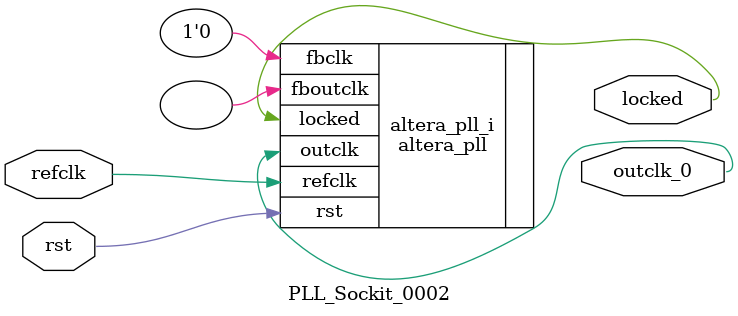
<source format=v>
`timescale 1ns/10ps
module  PLL_Sockit_0002(

	// interface 'refclk'
	input wire refclk,

	// interface 'reset'
	input wire rst,

	// interface 'outclk0'
	output wire outclk_0,

	// interface 'locked'
	output wire locked
);

	altera_pll #(
		.fractional_vco_multiplier("false"),
		.reference_clock_frequency("50.0 MHz"),
		.operation_mode("direct"),
		.number_of_clocks(1),
		.output_clock_frequency0("120.000000 MHz"),
		.phase_shift0("0 ps"),
		.duty_cycle0(50),
		.output_clock_frequency1("0 MHz"),
		.phase_shift1("0 ps"),
		.duty_cycle1(50),
		.output_clock_frequency2("0 MHz"),
		.phase_shift2("0 ps"),
		.duty_cycle2(50),
		.output_clock_frequency3("0 MHz"),
		.phase_shift3("0 ps"),
		.duty_cycle3(50),
		.output_clock_frequency4("0 MHz"),
		.phase_shift4("0 ps"),
		.duty_cycle4(50),
		.output_clock_frequency5("0 MHz"),
		.phase_shift5("0 ps"),
		.duty_cycle5(50),
		.output_clock_frequency6("0 MHz"),
		.phase_shift6("0 ps"),
		.duty_cycle6(50),
		.output_clock_frequency7("0 MHz"),
		.phase_shift7("0 ps"),
		.duty_cycle7(50),
		.output_clock_frequency8("0 MHz"),
		.phase_shift8("0 ps"),
		.duty_cycle8(50),
		.output_clock_frequency9("0 MHz"),
		.phase_shift9("0 ps"),
		.duty_cycle9(50),
		.output_clock_frequency10("0 MHz"),
		.phase_shift10("0 ps"),
		.duty_cycle10(50),
		.output_clock_frequency11("0 MHz"),
		.phase_shift11("0 ps"),
		.duty_cycle11(50),
		.output_clock_frequency12("0 MHz"),
		.phase_shift12("0 ps"),
		.duty_cycle12(50),
		.output_clock_frequency13("0 MHz"),
		.phase_shift13("0 ps"),
		.duty_cycle13(50),
		.output_clock_frequency14("0 MHz"),
		.phase_shift14("0 ps"),
		.duty_cycle14(50),
		.output_clock_frequency15("0 MHz"),
		.phase_shift15("0 ps"),
		.duty_cycle15(50),
		.output_clock_frequency16("0 MHz"),
		.phase_shift16("0 ps"),
		.duty_cycle16(50),
		.output_clock_frequency17("0 MHz"),
		.phase_shift17("0 ps"),
		.duty_cycle17(50),
		.pll_type("General"),
		.pll_subtype("General")
	) altera_pll_i (
		.rst	(rst),
		.outclk	({outclk_0}),
		.locked	(locked),
		.fboutclk	( ),
		.fbclk	(1'b0),
		.refclk	(refclk)
	);
endmodule


</source>
